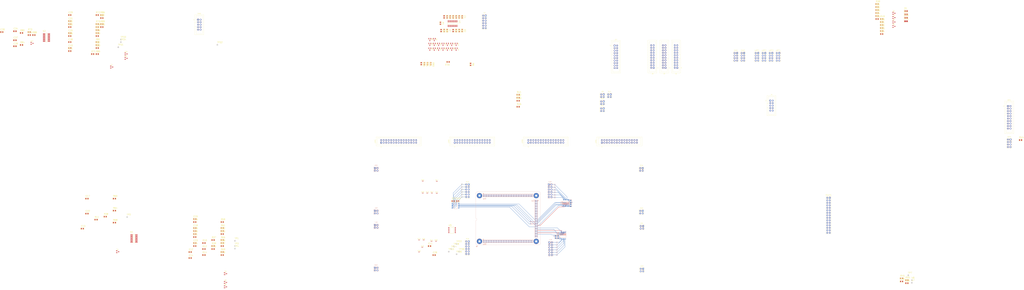
<source format=kicad_pcb>
(kicad_pcb (version 20221018) (generator pcbnew)
  (layers (0 "F.Cu" signal) (1 "In1.Cu" signal) (2 "In2.Cu" signal) (31 "B.Cu" signal) (34 "B.Paste" user) (35 "F.Paste" user) (36 "B.SilkS" user "B.Silkscreen") (37 "F.SilkS" user "F.Silkscreen") (38 "B.Mask" user) (39 "F.Mask" user) (44 "Edge.Cuts" user))
  (net 0 "")
  (net 1 "/DSP_PWM4_~{FAULT_5V}")
  (net 2 "AGND")
  (net 3 "/DI_2")
  (net 4 "/DSP_PWM3_~{FAULT_5V}")
  (net 5 "/DI_1")
  (net 6 "/DSP_PWM2_~{FAULT_5V}")
  (net 7 "/DSP_PWM1_~{FAULT_5V}")
  (net 8 "VDD")
  (net 9 "/DSP_PWM1~{_ENABL}E")
  (net 10 "/DSP_PWM2~{_ENABL}E")
  (net 11 "/DSP_PWM3~{_ENABL}E")
  (net 12 "/DSP_PWM4~{_ENABL}E")
  (net 13 "Net-(C12-Pad2)")
  (net 14 "Net-(C13-Pad2)")
  (net 15 "Net-(C14-Pad2)")
  (net 16 "Net-(C15-Pad2)")
  (net 17 "Net-(C16-Pad1)")
  (net 18 "Net-(C16-Pad2)")
  (net 19 "Net-(C17-Pad1)")
  (net 20 "Net-(C17-Pad2)")
  (net 21 "Net-(C18-Pad1)")
  (net 22 "Net-(C18-Pad2)")
  (net 23 "Net-(C19-Pad1)")
  (net 24 "Net-(C19-Pad2)")
  (net 25 "A+5V")
  (net 26 "/IPM_Temperature1")
  (net 27 "/IPM_Temperature2")
  (net 28 "/IPM_Temperature3")
  (net 29 "/IPM_Temperature4")
  (net 30 "D+5V")
  (net 31 "Net-(C29-Pad2)")
  (net 32 "Net-(C30-Pad2)")
  (net 33 "Net-(C31-Pad2)")
  (net 34 "Net-(C32-Pad2)")
  (net 35 "Net-(C33-Pad1)")
  (net 36 "Net-(C33-Pad2)")
  (net 37 "Net-(C34-Pad1)")
  (net 38 "Net-(C34-Pad2)")
  (net 39 "Net-(C35-Pad1)")
  (net 40 "Net-(C35-Pad2)")
  (net 41 "Net-(C36-Pad1)")
  (net 42 "Net-(C36-Pad2)")
  (net 43 "/IPM_VDC_BUS4")
  (net 44 "/IPM_VDC_BUS1")
  (net 45 "/IPM_VDC_BUS2")
  (net 46 "/IPM_VDC_BUS3")
  (net 47 "/DSP_B_CAN_TX")
  (net 48 "/DSP_B_CAN_RX")
  (net 49 "/DSP_A_CAN_TX")
  (net 50 "/DSP_A_CAN_RX")
  (net 51 "Net-(D1-K)")
  (net 52 "Net-(D2-K)")
  (net 53 "AVDD")
  (net 54 "/IPM_IU1")
  (net 55 "/IPM_IV1")
  (net 56 "/IPM_IW1")
  (net 57 "/IPM_IU2")
  (net 58 "/IPM_IV2")
  (net 59 "/IPM_IW2")
  (net 60 "/IPM_IU3")
  (net 61 "/IPM_IV3")
  (net 62 "/IPM_IW3")
  (net 63 "/IPM_IU4")
  (net 64 "/IPM_IV4")
  (net 65 "/IPM_IW4")
  (net 66 "Net-(D30-K)")
  (net 67 "Net-(D31-K)")
  (net 68 "/QEP1_HALL_U")
  (net 69 "/MQEP1A")
  (net 70 "/QEP1_HALL_V")
  (net 71 "/MQEP1B")
  (net 72 "/QEP1_HALL_W")
  (net 73 "/MQEP1Z")
  (net 74 "PE_GND")
  (net 75 "/MQEP1S")
  (net 79 "/QEP2_HALL_U")
  (net 80 "/MQEP2A")
  (net 81 "/QEP2_HALL_V")
  (net 82 "/MQEP2B")
  (net 83 "/QEP2_HALL_W")
  (net 84 "/MQEP2Z")
  (net 85 "/MQEP2S")
  (net 89 "/QEP3_HALL_U")
  (net 90 "/MQEP3A")
  (net 91 "/QEP3_HALL_V")
  (net 92 "/MQEP3B")
  (net 93 "/QEP3_HALL_W")
  (net 94 "/MQEP3Z")
  (net 95 "/MQEP3S")
  (net 99 "/ECAP3_IPM_TerminalDutyW1")
  (net 100 "/ECAP6_IPM_TerminalDutyW2")
  (net 101 "/ECAP2_IPM_TerminalDutyV1")
  (net 102 "/ECAP5_IPM_TerminalDutyV2")
  (net 103 "/ECAP1_IPM_TerminalDutyU1")
  (net 104 "/ECAP4_IPM_TerminalDutyU2")
  (net 105 "/MUSB_EN")
  (net 106 "/MUSB_DM")
  (net 107 "/MUSB_FLT")
  (net 108 "/MUSB_ID")
  (net 109 "/MUSB_INT")
  (net 110 "/MUSB_VB")
  (net 111 "/MUSB_DP")
  (net 112 "/MUSB_BZ")
  (net 113 "Net-(LEM1-Pad7)")
  (net 114 "12VGND")
  (net 115 "A-5V")
  (net 116 "+12")
  (net 117 "-12")
  (net 118 "Net-(LEM2-Pad7)")
  (net 119 "Net-(LEM3-Pad7)")
  (net 120 "Net-(LEM4-Pad7)")
  (net 121 "/LED1")
  (net 122 "/LED2")
  (net 123 "/LED3")
  (net 124 "/LED4")
  (net 125 "/UART_SCI_RXDD")
  (net 126 "/UART_SCI_TXDD")
  (net 137 "/~{SPI_A_STE_HS}")
  (net 138 "/SPI_A_CK_HS")
  (net 152 "/SPI_A_MO_HS")
  (net 154 "/SPI_A_MI_HS")
  (net 158 "/SPI_C_MO_HS")
  (net 159 "/SPI_C_MI_HS")
  (net 160 "/SPI_C_CK_HS")
  (net 161 "/~{SPI_C_STE_HS}")
  (net 164 "/DI-1-DSP-3.3V")
  (net 166 "/DI-2-DSP-3.3V")
  (net 174 "/DSP_PWM4_~{FAULT}")
  (net 176 "/DSP_PWM3_~{FAULT}")
  (net 178 "/DSP_PWM2_~{FAULT}")
  (net 180 "/DSP_PWM1_~{FAULT}")
  (net 186 "/UART_SCI_TXDB")
  (net 188 "/BootFromFlash")
  (net 196 "/UART_SCI_RXDB")
  (net 198 "/UART_SCI_RXDA")
  (net 200 "/UART_SCI_TXDA")
  (net 204 "/UART_SCI_RXDC")
  (net 205 "/UART_SCI_TXDC")
  (net 214 "/SPI B MO HS")
  (net 215 "/SPI_B_CK_HS")
  (net 216 "/SPI B MI HS")
  (net 217 "/~{SPI_B_STE_HS}")
  (net 222 "/AD_14")
  (net 223 "/AD_15")
  (net 224 "/ADD4")
  (net 225 "/ADD5")
  (net 226 "/DSP-PWM1A")
  (net 227 "/DSP-PWM7A")
  (net 228 "/DSP-PWM1B")
  (net 229 "/DSP-PWM7B")
  (net 230 "/DSP-PWM2A")
  (net 231 "/DSP-PWM8A")
  (net 232 "/DSP-PWM2B")
  (net 233 "/DSP-PWM8B")
  (net 234 "/DSP-PWM3A")
  (net 235 "/DSP-PWM9A")
  (net 236 "/DSP-PWM3B")
  (net 237 "/DSP-PWM9B")
  (net 238 "/DSP-PWM4A")
  (net 239 "/DSP-PWM10A")
  (net 240 "/DSP-PWM4B")
  (net 241 "/DSP-PWM10B")
  (net 242 "/DSP-PWM5A")
  (net 243 "/DSP-PWM11A")
  (net 244 "/DSP-PWM5B")
  (net 245 "/DSP-PWM11B")
  (net 246 "/DSP-PWM6A")
  (net 247 "/DSP-PWM12A")
  (net 248 "/DSP-PWM6B")
  (net 249 "/DSP-PWM12B")
  (net 250 "Net-(P2-Pad2)")
  (net 251 "Net-(P2-Pad4)")
  (net 252 "/PWM1A_5V")
  (net 253 "/PWM2A_5V")
  (net 254 "/PWM3A_5V")
  (net 255 "/PWM1B_5V")
  (net 256 "/PWM2B_5V")
  (net 257 "/PWM3B_5V")
  (net 258 "/PWM4A_5V")
  (net 259 "/PWM5A_5V")
  (net 260 "/PWM6A_5V")
  (net 261 "/PWM4B_5V")
  (net 262 "/PWM5B_5V")
  (net 263 "/PWM6B_5V")
  (net 264 "/PWM7A_5V")
  (net 265 "/PWM8A_5V")
  (net 266 "/PWM9A_5V")
  (net 267 "/PWM7B_5V")
  (net 268 "/PWM8B_5V")
  (net 269 "/PWM9B_5V")
  (net 270 "/PWM10A_5V")
  (net 271 "/PWM11A_5V")
  (net 272 "/PWM12A_5V")
  (net 273 "/PWM10B_5V")
  (net 274 "/PWM11B_5V")
  (net 275 "/PWM12B_5V")
  (net 276 "/GND_2M4")
  (net 277 "/DC_BUS_2M4")
  (net 278 "/GND_2M1")
  (net 279 "/DC_BUS_2M1")
  (net 280 "/GND_2M2")
  (net 281 "/DC_BUS_2M2")
  (net 282 "/GND_2M3")
  (net 283 "/DC_BUS_2M3")
  (net 284 "D12V1")
  (net 285 "Net-(Q1-B)")
  (net 286 "Net-(Q1-C)")
  (net 287 "Net-(Q2-B)")
  (net 288 "Net-(Q2-C)")
  (net 289 "Net-(Q3-B)")
  (net 290 "Net-(Q3-C)")
  (net 291 "Net-(Q4-B)")
  (net 292 "Net-(Q4-C)")
  (net 293 "/TEMP1")
  (net 294 "/TEMP2")
  (net 295 "/TEMP3")
  (net 296 "/TEMP4")
  (net 297 "GND")
  (net 298 "D12VGND")
  (net 299 "REF_3V")
  (net 300 "Net-(RU4-Pad2)")
  (net 301 "-5V_ADC")
  (footprint "mmlab-footprint-library:0805" (layer "F.Cu") (at -193.1045 -59.513)
    (fp_text reference "R86")
    (fp_text value "10K" hide)
  )
  (footprint "mmlab-footprint-library:TESTPOINT-TH_BD1.0" (layer "F.Cu") (at 172.72 123.0884)
    (fp_text reference "TP13" hide)
    (fp_text value "TP-黄色测试点" hide)
  )
  (footprint "mmlab-footprint-library:0805" (layer "F.Cu") (at 599.229 -43.273)
    (fp_text reference "R53")
    (fp_text value "2K" hide)
  )
  (footprint "Package_TO_SOT_SMD:SOT-23" (layer "F.Cu") (at 611.6555 -52.448)
    (fp_text reference "Q3")
    (fp_text value "FMMT618TA")
  )
  (footprint "mmlab-footprint-library:0805" (layer "F.Cu") (at 594.575 -67.705)
    (fp_text reference "R31")
    (fp_text value "301R" hide)
  )
  (footprint "mmlab-footprint-library:0805" (layer "F.Cu") (at -80.078 175.542)
    (fp_text reference "R39")
    (fp_text value "10K" hide)
  )
  (footprint "mmlab-footprint-library:0805" (layer "F.Cu") (at -193.1045 -47.297)
    (fp_text reference "R90")
    (fp_text value "1k" hide)
  )
  (footprint "mmlab-footprint-library:TESTPOINT-TH_BD1.0" (layer "F.Cu") (at 162.029865 178.61344)
    (fp_text reference "TP14")
    (fp_text value "TP-黄色测试点" hide)
  )
  (footprint "mmlab-footprint-library:0805" (layer "F.Cu") (at -225.6825 -47.297)
    (fp_text reference "C33")
    (fp_text value "102" hide)
  )
  (footprint "Resistor_SMD:R_0402_1005Metric" (layer "F.Cu") (at 141.787625 170.7102)
    (fp_text reference "R44")
    (fp_text value "4.7k")
  )
  (footprint "mmlab-footprint-library:TESTPOINT-TH_BD1.0" (layer "F.Cu") (at -173.74672 -32.00986)
    (fp_text reference "TP34")
    (fp_text value "TP-黄色测试点" hide)
  )
  (footprint "Package_TO_SOT_SMD:SOT-23" (layer "F.Cu") (at 144.597 -29.6695 -90)
    (fp_text reference "D15")
    (fp_text value "BAR43S")
  )
  (footprint "mmlab-footprint-library:0805" (layer "F.Cu") (at -197.7585 -50.351)
    (fp_text reference "R75")
    (fp_text value "0R" hide)
  )
  (footprint "Connector_PinSocket_2.54mm:PinSocket_2x02_P2.54mm_Vertical" (layer "F.Cu") (at 323.908 21.28)
    (fp_text reference "P12")
    (fp_text value "Header 2X2")
  )
  (footprint "Resistor_SMD:R_0402_1005Metric" (layer "F.Cu") (at 276.3774 131.828 -90)
    (fp_text reference "R41" hide)
    (fp_text value "4.7k" hide)
  )
  (footprint "mmlab-footprint-library:0805" (layer "F.Cu") (at -70.77 163.326)
    (fp_text reference "R63")
    (fp_text value "10k" hide)
  )
  (footprint "mmlab-footprint-library:0805" (layer "F.Cu") (at -180.34 139.549)
    (fp_text reference "R64")
    (fp_text value "10k" hide)
  )
  (footprint "Connector_IDC:IDC-Header_2x10_P2.54mm_Vertical" (layer "F.Cu") (at 391.533 -5.844 180)
    (fp_text reference "J1")
    (fp_text value "HIF3FC-20PA-2.54DSA")
  )
  (footprint "mmlab-footprint-library:0805" (layer "F.Cu") (at -212.918 157.873)
    (fp_text reference "C13")
    (fp_text value "103" hide)
  )
  (footprint "Connector_PinSocket_2.54mm:PinSocket_2x04_P2.54mm_Vertical" (layer "F.Cu") (at 452.294 -20.83)
    (fp_text reference "CAN1")
    (fp_text value "Conn_02x04_Counter_Clockwise")
  )
  (footprint "Connector_IDC:IDC-Header_2x10_P2.54mm_Vertical" (layer "F.Cu") (at 727.528 33.145)
    (fp_text reference "SPI1")
    (fp_text value "HIF3FC-20PA-2.54DSA")
  )
  (footprint "Connector_PinSocket_2.54mm:PinSocket_2x02_P2.54mm_Vertical" (layer "F.Cu") (at 356.8766 198.7496)
    (fp_text reference "P22")
    (fp_text value "Header 2X2")
  )
  (footprint "mmlab-footprint-library:0805" (layer "F.Cu") (at -225.6825 -41.189)
    (fp_text reference "C35")
    (fp_text value "102" hide)
  )
  (footprint "Connector_PinSocket_2.54mm:PinSocket_2x06_P2.54mm_Vertical" (layer "F.Cu") (at 179.624625 112.9402)
    (fp_text reference "P15")
    (fp_text value "Header 6X2")
  )
  (footprint "mmlab-footprint-library:0805" (layer "F.Cu") (at -197.7585 -41.189)
    (fp_text reference "R78")
    (fp_text value "0R" hide)
  )
  (footprint "Package_TO_SOT_SMD:SOT-23" (layer "F.Cu") (at 153.497 -29.6695 -90)
    (fp_text reference "D13")
    (fp_text value "BAR43S")
  )
  (footprint "Connector_PinSocket_2.54mm:PinSocket_2x02_P2.54mm_Vertical" (layer "F.Cu") (at 356.3766 139.7896)
    (fp_text reference "P20")
    (fp_text value "Header 2X2")
  )
  (footprint "mmlab-footprint-library:0805" (layer "F.Cu") (at 619.451 211.58)
    (fp_text reference "R46")
    (fp_text value "DNP" hide)
  )
  (footprint "mmlab-footprint-library:0805" (layer "F.Cu") (at 594.575 -55.489)
    (fp_text reference "R35")
    (fp_text value "2K" hide)
  )
  (footprint "mmlab-footprint-library:TESTPOINT-TH_BD1.0" (layer "F.Cu") (at 169.913505 181.24132)
    (fp_text reference "TP30")
    (fp_text value "TP-黄色测试点" hide)
  )
  (footprint "Package_TO_SOT_SMD:SOT-23" (layer "F.Cu") (at 157.947 -29.6695 -90)
    (fp_text reference "D12")
    (fp_text value "BAR43S")
  )
  (footprint "mmlab-footprint-library:0805" (layer "F.Cu") (at -281.4035 -33.901)
    (fp_text reference "C37")
    (fp_text value "104" hide)
  )
  (footprint "mmlab-footprint-library:0805" (layer "F.Cu") (at -193.1045 -50.351)
    (fp_text reference "R89")
    (fp_text value "1k" hide)
  )
  (footprint "mmlab-footprint-library:TESTPOINT-TH_BD1.0" (layer "F.Cu") (at 164.657745 175.98556)
    (fp_text reference "TP18")
    (fp_text value "TP-黄色测试点" hide)
  )
  (footprint "mmlab-footprint-library:TESTPOINT-TH_BD1.0" (layer "F.Cu") (at 629.865 210.31)
    (fp_text reference "U6")
    (fp_text value "TP-黄色测试点" hide)
  )
  (footprint "mmlab-footprint-library:TESTPOINT-TH_BD1.0" (layer "F.Cu") (at -75.692 -29.21)
    (fp_text reference "TP32")
    (fp_text value "TP-黄色测试点" hide)
  )
  (footprint "Package_TO_SOT_SMD:SOT-23" (layer "F.Cu") (at 153.497 -24.7795 -90)
    (fp_text reference "D20")
    (fp_text value "BAR43S")
  )
  (footprint "Connector_IDC:IDC-Header_2x15_P2.54mm_Vertical" (layer "F.Cu") (at 165.438666 70.358 90)
    (fp_text reference "LEM2")
    (fp_text value "HIF3FC-30PA-2.54DSA")
  )
  (footprint "mmlab-footprint-library:0805" (layer "F.Cu") (at -98.694 163.326)
    (fp_text reference "C20")
    (fp_text value "104" hide)
  )
  (footprint "Resistor_SMD:R_0402_1005Metric" (layer "F.Cu") (at 147.182625 121.9082)
    (fp_text reference "R21")
    (fp_text value "4.7k")
  )
  (footprint "mmlab-footprint-library:0805" (layer "F.Cu") (at 169.944 -43.696 -90)
    (fp_text reference "R3")
    (fp_text value "1K" hide)
  )
  (footprint "mmlab-footprint-library:TESTPOINT-TH_BD1.0" (layer "F.Cu") (at -167.4415 146.10026)
    (fp_text reference "TP2")
    (fp_text value "TP-黄色测试点" hide)
  )
  (footprint "mmlab-footprint-library:0805" (layer "F.Cu") (at 163.836 -43.696 -90)
    (fp_text reference "R5")
    (fp_text value "1K" hide)
  )
  (footprint "mmlab-footprint-library:0805" (layer "F.Cu") (at 619.451 208.526)
    (fp_text reference "R45")
    (fp_text value "DNP" hide)
  )
  (footprint "Resistor_SMD:R_0402_1005Metric" (layer "F.Cu") (at 278.5618 131.828 -90)
    (fp_text reference "R23" hide)
    (fp_text value "4.7K" hide)
  )
  (footprint "Connector_PinSocket_2.54mm:PinSocket_2x02_P2.54mm_Vertical" (layer "F.Cu") (at 316.758 35.58)
    (fp_text reference "P11")
    (fp_text value "Header 2X2")
  )
  (footprint "mmlab-footprint-library:0805" (layer "F.Cu") (at 740.339 67.689)
    (fp_text reference "RU4")
    (fp_text value "DNP" hide)
  )
  (footprint "Connector_PinSocket_2.54mm:PinSocket_2x04_P2.54mm_Vertical" (layer "F.Cu") (at 459.444 -20.83)
    (fp_text reference "CAN2")
    (fp_text value "Conn_02x04_Counter_Clockwise")
  )
  (footprint "mmlab-footprint-library:0805" (layer "F.Cu") (at 599.229 -55.489)
    (fp_text reference "R49")
    (fp_text value "301R" hide)
  )
  (footprint "mmlab-footprint-library:0805" (layer "F.Cu") (at -103.348 181.65)
    (fp_text reference "C12")
    (fp_text value "103" hide)
  )
  (footprint "Package_TO_SOT_SMD:SOT-23" (layer "F.Cu") (at -67.48 203.754)
    (fp_text reference "D3")
    (fp_text value "MMBZ5226B")
  )
  (footprint "mmlab-footprint-library:0805" (layer "F.Cu") (at 158.75 -11.811 180)
    (fp_text reference "R13")
    (fp_text value "3,.3K" hide)
  )
  (footprint "Resistor_SMD:R_0402_1005Metric" (layer "F.Cu") (at 147.182625 109.6922)
    (fp_text reference "R17")
    (fp_text value "4.7k")
  )
  (footprint "Resistor_SMD:R_0402_1005Metric" (layer "F.Cu") (at 142.219625 121.6782)
    (fp_text reference "R57")
    (fp_text value "4.7k")
  )
  (footprint "mmlab-footprint-library:0805" (layer "F.Cu") (at 169.944 -57.658 -90)
    (fp_text reference "C2")
    (fp_text value "103" hide)
  )
  (footprint "mmlab-footprint-library:0805" (layer "F.Cu") (at -98.694 148.056)
    (fp_text reference "C15")
    (fp_text value "103" hide)
  )
  (footprint "mmlab-footprint-library:TESTPOINT-TH_BD1.0" (layer "F.Cu") (at 172.72 117.9068)
    (fp_text reference "TP21" hide)
    (fp_text value "TP-黄色测试点" hide)
  )
  (footprint "mmlab-footprint-library:0805" (layer "F.Cu") (at -266.8315 -39.149)
    (fp_text reference "R74")
    (fp_text value "0R" hide)
  )
  (footprint "Connector_IDC:IDC-Header_2x10_P2.54mm_Vertical" (layer "F.Cu") (at 379.548 -5.844 180)
    (fp_text reference "J2")
    (fp_text value "HIF3FC-20PA-2.54DSA")
  )
  (footprint "mmlab-footprint-library:TESTPOINT-TH_BD1.0" (layer "F.Cu") (at 172.72 115.316)
    (fp_text reference "TP25" hide)
    (fp_text value "TP-黄色测试点" hide)
  )
  (footprint "Connector_PinSocket_2.54mm:PinSocket_2x04_P2.54mm_Vertical" (layer "F.Cu") (at 473.744 -20.83)
    (fp_text reference "UART1")
    (fp_text value "Conn_02x04_Counter_Clockwise")
  )
  (footprint "Package_TO_SOT_SMD:SOT-23" (layer "F.Cu") (at 166.847 -24.7795 -90)
    (fp_text reference "D17")
    (fp_text value "BAR43S")
  )
  (footprint "Package_TO_SOT_SMD:SOT-23" (layer "F.Cu") (at 611.6555 -61.348)
    (fp_text reference "Q1")
    (fp_text value "FMMT618TA")
  )
  (footprint "Resistor_SMD:R_0402_1005Metric" (layer "F.Cu") (at 274.066 163.83 90)
    (fp_text reference "R20" hide)
    (fp_text value "4.7k" hide)
  )
  (footprint "mmlab-footprint-library:0805" (layer "F.Cu") (at 151.62 -43.696 -90)
    (fp_text reference "R9")
    (fp_text value "1K" hide)
  )
  (footprint "mmlab-footprint-library:0805" (layer "F.Cu") (at -225.6825 -38.135)
    (fp_text reference "C36")
    (fp_text value "102" hide)
  )
  (footprint "mmlab-footprint-library:TESTPOINT-TH_BD1.0" (layer "F.Cu") (at 159.401985 181.24132)
    (fp_text reference "TP10")
    (fp_text value "TP-黄色测试点" hide)
  )
  (footprint "mmlab-footprint-library:0805" (layer "F.Cu") (at 154.674 -57.658 -90)
    (fp_text reference "C7")
    (fp_text value "104" hide)
  )
  (footprint "Resistor_SMD:R_0402_1005Metric" (layer "F.Cu") (at 277.4696 131.828 -90)
    (fp_text reference "R27" hide)
    (fp_text value "4.7k" hide)
  )
  (footprint "mmlab-footprint-library:0805" (layer "F.Cu") (at -225.6825 -32.027)
    (fp_text reference "C38")
    (fp_text value "103" hide)
  )
  (footprint "mmlab-footprint-library:0805" (layer "F.Cu") (at -225.6825 -50.351)
    (fp_text reference "C32")
    (fp_text value "102" hide)
  )
  (footprint "mmlab-footprint-library:0805" (layer "F.Cu") (at 150.876 -51.181 -90)
    (fp_text reference "R1")
    (fp_text value "100R" hide)
  )
  (footprint "mmlab-footprint-library:0805" (layer "F.Cu") (at -89.386 178.596)
    (fp_text reference "R12")
    (fp_text value "10K" hide)
  )
  (footprint "Resistor_SMD:R_0402_1005Metric" (layer "F.Cu") (at 276.098 163.83 90)
    (fp_text reference "R28" hide)
    (fp_text value "4.7k" hide)
  )
  (footprint "mmlab-footprint-library:0805" (layer "F.Cu") (at 624.785 213.364)
    (fp_text reference "R56")
    (fp_text value "DNP" hide)
  )
  (footprint "Package_TO_SOT_SMD:SOT-23" (layer "F.Cu") (at 162.397 -29.6695 -90)
    (fp_text reference "D11")
    (fp_text value "BAR43S")
  )
  (footprint "mmlab-footprint-library:0805" (layer "F.Cu") (at -197.7585 -19.811)
    (fp_text reference "R85")
    (fp_text value "10K" hide)
  )
  (footprint "Connector_IDC:IDC-Header_2x10_P2.54mm_Vertical" (layer "F.Cu") (at 367.563 -5.844 180)
    (fp_text reference "J3")
    (fp_text value "HIF3FC-20PA-2.54DSA")
  )
  (footprint "mmlab-footprint-library:0805" (layer "F.Cu") (at 229.886 21.59)
    (fp_text reference "RU1")
    (fp_text value "DNP" hide)
  )
  (footprint "mmlab-footprint-library:TESTPOINT-TH_BD1.0" (layer "F.Cu") (at 167.285625 173.35768)
    (fp_text reference "TP22")
    (fp_text value "TP-黄色测试点" hide)
  )
  (footprint "Resistor_SMD:R_0402_1005Metric" (layer "F.Cu") (at 275.2852 131.826 -90)
    (fp_text reference "R47" hide)
    (fp_text value "4.7k" hide)
  )
  (footprint "mmlab-footprint-library:0805" (layer "F.Cu") (at -266.8315 -42.203)
    (fp_text reference "R73")
    (fp_text value "0R" hide)
  )
  (footprint "mmlab-footprint-library:TSSOP-20" (layer "F.Cu") (at 158.781745 156.02959)
    (fp_text reference "U5")
    (fp_text value "SN74ABT541" hide)
  )
  (footprint "mmlab-footprint-library:0805" (layer "F.Cu") (at 140.97 -10.033 -90)
    (fp_text reference "R93")
    (fp_text value "10K" hide)
  )
  (footprint "Connector_PinSocket_2.54mm:PinSocket_2x04_P2.54mm_Vertical" (layer "F.Cu") (at 480.894 -20.83)
    (fp_text reference "UART2")
    (fp_text value "Conn_02x04_Counter_Clockwise")
  )
  (footprint "mmlab-footprint-library:0805" (layer "F.Cu") (at 594.575 -61.597)
    (fp_text reference "R33")
    (fp_text value "10K" hide)
  )
  (footprint "Connector_PinSocket_2.54mm:PinSocket_2x02_P2.54mm_Vertical" (layer "F.Cu") (at 316.758 28.43)
    (fp_text reference "P10")
    (fp_text value "Header 2X2")
  )
  (footprint "mmlab-footprint-library:TESTPOINT-TH_BD1.0" (layer "F.Cu") (at -57.8715 178.18702)
    (fp_text reference "TP4")
    (fp_text value "TP-黄色测试点" hide)
  )
  (footprint "Package_TO_SOT_SMD:SOT-23" (layer "F.Cu") (at 157.947 -24.7795 -90)
    (fp_text reference "D19")
    (fp_text value "BAR43S")
  )
  (footprint "Resistor_SMD:R_0402_1005Metric" (layer "F.Cu") (at 275.082 163.828 90)
    (fp_text reference "R24" hide)
    (fp_text value "4.7K" hide)
  )
  (footprint "mmlab-footprint-library:0805" (layer "F.Cu") (at -89.386 172.488)
    (fp_text reference "R10")
    (fp_text value "10K" hide)
  )
  (footprint "mmlab-footprint-library:0805" (layer "F.Cu") (at -197.7585 -38.135)
    (fp_text reference "R79")
    (fp_text value "10K" hide)
  )
  (footprint "mmlab-footprint-library:0805" (layer "F.Cu") (at -70.77 175.542)
    (fp_text reference "R67")
    (fp_text value "470R" hide)
  )
  (footprint "mmlab-footprint-library:TESTPOINT-TH_BD1.0" (layer "F.Cu") (at -173.74672 -34.63774)
    (fp_text reference "TP33")
    (fp_text value "TP-黄色测试点" hide)
  )
  (footprint "Resistor_SMD:R_0402_1005Metric" (layer "F.Cu") (at 133.841625 169.3912)
    (fp_text reference "R36")
    (fp_text value "4.7k")
  )
  (footprint "mmlab-footprint-library:L0805" (layer "F.Cu") (at 624.9067 -53.19953)
    (fp_text reference "D31")
    (fp_text value "LEDGREEN" hide)
  )
  (footprint "Resistor_SMD:R_0402_1005Metric" (layer "F.Cu") (at 146.441625 170.7102)
    (fp_text reference "R58")
    (fp_text value "4.7k")
  )
  (footprint "Connector_PinSocket_2.54mm:PinSocket_2x06_P2.54mm_Vertical" (layer "F.Cu") (at 179.624625 170.9402)
    (fp_text reference "P16")
    (fp_text value "Header 6X2")
  )
  (footprint "mmlab-footprint-library:0805" (layer "F.Cu") (at 172.998 -43.696 -90)
    (fp_text reference "R2")
    (fp_text value "100R" hide)
  )
  (footprint "mmlab-footprint-library:0805" (layer "F.Cu") (at -274.6885 -41.291)
    (fp_text reference "R80")
    (fp_text value "10K" hide)
  )
  (footprint "mmlab-footprint-library:0805" (layer "F.Cu") (at -70.77 169.434)
    (fp_text reference "R65")
    (fp_text value "10k" hide)
  )
  (footprint "Connector_PinSocket_2.54mm:PinSocket_2x06_P2.54mm_Vertical" (layer "F.Cu") (at 196.85 -58.928)
    (fp_text reference "P2")
    (fp_text value "Header 6X2")
  )
  (footprint "mmlab-footprint-library:0805" (layer "F.Cu") (at -208.264 127.333)
    (fp_text reference "C17")
    (fp_text value "103" hide)
  )
  (footprint "mmlab-footprint-library:0805" (layer "F.Cu") (at -281.4035 -43.063)
    (fp_text reference "C34")
    (fp_text value "102" hide)
  )
  (footprint "Package_TO_SOT_SMD:SOT-23" (layer "F.Cu") (at -67.48 212.654)
    (fp_text reference "D5")
    (fp_text value "MMBZ5226B")
  )
  (footprint "Connector_PinSocket_2.54mm:PinSocket_2x02_P2.54mm_Vertical" (layer "F.Cu") (at 316.758 21.28)
    (fp_text reference "P9")
    (fp_text value "Header 2X2")
  )
  (footprint "mmlab-footprint-library:0805" (layer "F.Cu") (at -208.264 142.603)
    (fp_text reference "C22")
    (fp_text value "102" hide)
  )
  (footprint "Package_TO_SOT_SMD:SOT-23" (layer "F.Cu") (at -183.1205 -6.594)
    (fp_text reference "D7")
    (fp_text value "BAR43S")
  )
  (footprint "Resistor_SMD:R_0402_1005Metric" (layer "F.Cu") (at 277.114 163.83 90)
    (fp_text reference "R42" hide)
    (fp_text value "4.7k" hide)
  )
  (footprint "mmlab-footprint-library:0805" (layer "F.Cu") (at -225.6825 -59.513)
    (fp_text reference "C29")
    (fp_text value "102" hide)
  )
  (footprint "mmlab-footprint-library:TESTPOINT-TH_BD1.0" (layer "F.Cu") (at 167.285625 183.8692)
    (fp_text reference "TP26")
    (fp_text value "TP-黄色测试点" hide)
  )
  (footprint "Resistor_SMD:R_0402_1005Metric" (layer "F.Cu") (at 279.654 131.828 -90)
    (fp_text reference "R19" hide)
    (fp_text value "4.7k" hide)
  )
  (footprint "Connector_PinSocket_2.54mm:PinSocket_2x04_P2.54mm_Vertical" (layer "F.Cu") (at 488.044 -20.83)
    (fp_text reference "UART3")
    (fp_text value "Conn_02x04_Counter_Clockwise")
  )
  (footprint "Package_TO_SOT_SMD:SOT-23" (layer "F.Cu") (at -67.48 217.104)
    (fp_text reference "D6")
    (fp_text value "MMBZ5226B")
  )
  (footprint "Package_TO_SOT_SMD:SOT-23" (layer "F.Cu") (at 144.597 -24.7795 -90)
    (fp_text reference "D22")
    (fp_text value "BAR43S")
  )
  (footprint "mmlab-footprint-library:0805" (layer "F.Cu") (at -80.078 169.434)
    (fp_text reference "R37")
    (fp_text value "10K" hide)
  )
  (footprint "mmlab-footprint-library:0805" (layer "F.Cu") (at 160.782 -57.658 -90)
    (fp_text reference "C5")
    (fp_text value "101" hide)
  )
  (footprint "mmlab-footprint-library:0805" (layer "F.Cu") (at -103.348 187.758)
    (fp_text reference "C14")
    (fp_text value "103" hide)
  )
  (footprint "mmlab-footprint-library:TESTPOINT-TH_BD1.0" (layer "F.Cu") (at -57.8715 170.30338)
    (fp_text reference "TP1")
    (fp_text value "TP-黄色测试点" hide)
  )
  (footprint "mmlab-footprint-library:SOIC14_M" (layer "F.Cu") (at -160.445 167.908)
    (fp_text reference "N1")
    (fp_text value "MCP6024" hide)
  )
  (footprint "mmlab-footprint-library:0805" (layer "F.Cu") (at -197.7585 -59.513)
    (fp_text reference "R72")
    (fp_text value "0R" hide)
  )
  (footprint "mmlab-footprint-library:0805" (layer "F.Cu") (at -193.1045 -56.459)
    (fp_text reference "R87")
    (fp_text value "1k" hide)
  )
  (footprint "mmlab-footprint-library:0805" (layer "F.Cu") (at -197.7585 -28.973)
    (fp_text reference "R82")
    (fp_text value "10K" hide)
  )
  (footprint "mmlab-footprint-library:0805" (layer "F.Cu") (at -98.694 166.38)
    (fp_text reference "C21")
    (fp_text value "102" hide)
  )
  (footprint "Package_TO_SOT_SMD:SOT-23" (layer "F.Cu") (at 144.597 -34.5595 -90)
    (fp_text reference "D8")
    (fp_text value "BAR43S")
  )
  (footprint "mmlab-footprint-library:0805" (layer "F.Cu") (at 139.853625 175.6142)
    (fp_text reference "C11")
    (fp_text value "104" hide)
  )
  (footprint "Resistor_SMD:R_0402_1005Metric" (layer "F.Cu") (at 132.479625 176.8182)
    (fp_text reference "R18")
    (fp_text value "4.7k")
  )
  (footprint "Connector_IDC:IDC-Header_2x15_P2.54mm_Vertical" (layer "F.Cu") (at 314.96 70.358 90)
    (fp_text reference "LEM4")
    (fp_text value "HIF3FC-30PA-2.54DSA")
  )
  (footprint "mmlab-footprint-library:0805" (layer "F.Cu") (at 168.402 129.794)
    (fp_text reference "C10")
    (fp_text value "104" hide)
  )
  (footprint "Package_TO_SOT_SMD:SOT-23" (layer "F.Cu") (at -264.0045 -30.726)
    (fp_text reference "D24")
    (fp_text value "BAR43S")
  )
  (footprint "Resistor_SMD:R_0402_1005Metric" (layer "F.Cu") (at 280.7462 131.828 -90)
    (fp_text reference "R15" hide)
    (fp_text value "4.7k" hide)
  )
  (footprint "mmlab-footprint-library:SOIC14_M" (layer "F.Cu") (at -249.351 -36.568)
    (fp_text reference "N2")
    (fp_text value "MCP6024" hide)
  )
  (footprint "mmlab-footprint-library:0805" (layer "F.Cu") (at 137.795 -10.033 -90)
    (fp_text reference "R91")
    (fp_text value "10K" hide)
  )
  (footprint "mmlab-footprint-library:0805" (layer "F.Cu") (at -198.956 148.711)
    (fp_text reference "R11")
    (fp_text value "10K" hide)
  )
  (footprint "mmlab-footprint-library:0805" (layer "F.Cu") (at 181.525 -9.382 -90)
    (fp_text reference "R6")
    (fp_text value "1.69K" hide)
  )
  (footprint "mmlab-footprint-library:0805" (layer "F.Cu") (at -70.77 181.65)
    (fp_text reference "R69")
    (fp_text value "470R" hide)
  )
  (footprint "Package_TO_SOT_SMD:SOT-23" (layer "F.Cu") (at 166.847 -29.6695 -90)
    (fp_text reference "D10")
    (fp_text value "BAR43S")
  )
  (footprint "Resistor_SMD:R_0402_1005Metric" (layer "F.Cu") (at 129.187625 169.3912)
    (fp_text reference "R22")
    (fp_text value "4.7k")
  )
  (footprint "Connector_IDC:IDC-Header_2x10_P2.54mm_Vertical" (layer "F.Cu") (at 327.859 -28.45)
    (fp_text reference "J17")
    (fp_text value "HIF3FC-20PA-2.54DSA")
  )
  (footprint "Resistor_SMD:R_0402_1005Metric" (layer "F.Cu") (at 129.187625 181.6072)
    (fp_text reference "R26")
    (fp_text value "4.7K")
  )
  (footprint "mmlab-footprint-library:0805" (layer "F.Cu") (at -70.77 157.218)
    (fp_text reference "R61")
    (fp_text value "10K" hide)
  )
  (footprint "mmlab-footprint-library:0805" (layer "F.Cu") (at 229.886 27.698)
    (fp_text reference "RU3")
    (fp_text value "DNP" hide)
  )
  (footprint "mmlab-footprint-library:0805" (layer "F.Cu") (at 599.229 -49.381)
    (fp_text reference "R51")
    (fp_text value "10K" hide)
  )
  (footprint "mmlab-footprint-library:0805" (layer "F.Cu") (at -98.694 175.542)
    (fp_text reference "C24")
    (fp_text value "102" hide)
  )
  (footprint "mmlab-footprint-library:0805" (layer "F.Cu") (at 599.229 -52.435)
    (fp_text reference "R50")
    (fp_text value "301R" hide)
  )
  (footprint "mmlab-footprint-library:0805" (layer "F.Cu") (at 163.83 129.794)
    (fp_text reference "C27")
    (fp_text value "104" hide)
  )
  (footprint "Connector_PinSocket_2.54mm:PinSocket_2x15_P2.54mm_Vertical" (layer "F.Cu") (at 546.465 126.505)
    (fp_text reference "POWER1")
    (fp_text value "HIF3FC-30PA-2.54DSA")
  )
  (footprint "mmlab-footprint-library:TESTPOINT-TH_BD1.0" (layer "F.Cu") (at 626.2506 205.34736)
    (fp_text reference "TP7")
    (fp_text value "TP-黄色测试点" hide)
  )
  (footprint "mmlab-footprint-library:0805" (layer "F.Cu") (at -274.6885 -29.075)
    (fp_text reference "R84")
    (fp_text value "10K" hide)
  )
  (footprint "mmlab-footprint-library:0805" (layer "F.Cu") (at -197.7585 -25.919)
    (fp_text reference "R83")
    (fp_text value "10K" hide)
  )
  (footprint "Package_TO_SOT_SMD:SOT-23" (layer "F.Cu") (at 149.047 -24.7795 -90)
    (fp_text reference "D21")
    (fp_text value "BAR43S")
  )
  (footprint "Connector_IDC:IDC-Header_2x05_P2.54mm_Vertical" (layer "F.Cu") (at 485.974 27.557)
    (fp_text reference "J4")
    (fp_text value "HIF3FC-10PA-2.54DSA")
  )
  (footprint "Resistor_SMD:R_0402_1005Metric" (layer "F.Cu") (at 132.911625 121.6782)
    (fp_text reference "R29")
    (fp_text value "4.7k")
  )
  (footprint "mmlab-footprint-library:0805" (layer "F.Cu") (at -89.386 184.704)
    (fp_text reference "R14")
    (fp_text value "10K" hide)
  )
  (footprint "mmlab-footprint-library:0805" (layer "F.Cu") (at -262.1775 -39.149)
    (fp_text reference "R88")
    (fp_text value "1k" hide)
  )
  (footprint "mmlab-footprint-library:0805" (layer "F.Cu") (at -225.6825 -22.865)
    (fp_text reference "C41")
    (fp_text value "103" hide)
  )
  (footprint "mmlab-footprint-library:0805" (layer "F.Cu") (at 594.575 -58.543)
    (fp_text reference "R34")
    (fp_text value "2K" hide)
  )
  (footprint "mmlab-footprint-library:0805" (layer "F.Cu") (at 166.89 -57.658 -90)
    (fp_text reference "C3")
    (fp_text value "101" hide)
  )
  (footprint "mmlab-footprint-library:0805" (layer "F.Cu") (at -98.694 160.272)
    (fp_text reference "C19")
    (fp_text value "103" hide)
  )
  (footprint "mmlab-footprint-library:D016_N" (layer "F.Cu") (at 163.2265 -50.8 -90)
    (fp_text reference "U1")
    (fp_text value "SN74HC365D" hide)
  )
  (footprint "Package_TO_SOT_SMD:SOT-23" (layer "F.Cu") (at -168.4505 -19.944)
    (fp_text reference "D25")
    (fp_text value "BAR43S")
  )
  (footprint "Package_TO_SOT_SMD:SOT-23" (layer "F.Cu") (at 140.147 -34.5595 -90)
    (fp_text reference "D9")
    (fp_text value "BAR43S")
  )
  (footprint "mmlab-footprint-library:0805" (layer "F.Cu") (at -189.648 145.657)
    (fp_text reference "R38")
    (fp_text value "10K" hide)
  )
  (footprint "Connector_PinSocket_2.54mm:PinSocket_2x04_P2.54mm_Vertical" (layer "F.Cu") (at 495.194 -20.83)
    (fp_text reference "UART4")
    (fp_text value "Conn_02x04_Counter_Clockwise")
  )
  (footprint "mmlab-footprint-library:0805" (layer "F.Cu") (at -281.4035 -27.793)
    (fp_text reference "C39")
    (fp_text value "103" hide)
  )
  (footprint "mmlab-footprint-library:0805" (layer "F.Cu") (at -70.77 184.704)
    (fp_text reference "R70")
    (fp_text value "470R" hide)
  )
  (footprint "mmlab-footprint-library:TESTPOINT-TH_BD1.0" (layer "F.Cu") (at 172.72 112.7252)
    (fp_text reference "TP29" hide)
    (fp_text value "TP-黄色测试点" hide)
  )
  (footprint "mmlab-footprint-library:0805" (layer "F.Cu") (at -294.7555 -42.203)
    (fp_text reference "C30")
    (fp_text value "102" hide)
  )
  (footprint "mmlab-footprint-library:0805" (layer "F.Cu") (at 229.886 24.644)
    (fp_text reference "RU2")
    (fp_text value "DNP" hide)
  )
  (footprint "Package_TO_SOT_SMD:SOT-23" (layer "F.Cu") (at 140.147 -24.7795 -90)
    (fp_text reference "D23")
    (fp_text value "BAR43S")
  )
  (footprint "mmlab-footprint-library:0805" (layer "F.Cu") (at 229.886 33.806)
    (fp_text reference "RU5")
    (fp_text value "DNP" hide)
  )
  (footprint "Connector_IDC:IDC-Header_2x05_P2.54mm_Vertical" (layer "F.Cu") (at -95.335 -54.812)
    (fp_text reference "TMP1")
    (fp_text value "HIF3FC-10PA-2.54DSA")
  )
  (footprint "Resistor_SMD:R_0402_1005Metric" (layer "F.Cu") (at 278.13 163.83 90)
    (fp_text reference "R48" hide)
    (fp_text value "4.7k" hide)
  )
  (footprint "Package_TO_SOT_SMD:SOT-23" (layer "F.Cu") (at 149.047 -29.6695 -90)
    (fp_text reference "D14")
    (fp_text value "BAR43S")
  )
  (footprint "Package_TO_SOT_SMD:SOT-23" (layer "F.Cu") (at 611.6555 -56.898)
    (fp_text reference "Q2")
    (fp_text value "FMMT618TA")
  )
  (footprint "mmlab-footprint-library:0805" (layer "F.Cu") (at 166.89 -43.696 -90)
    (fp_text reference "R4")
    (fp_text value "1K" hide)
  )
  (footprint "mmlab-footprint-library:0805" (layer "F.Cu") (at 594.575 -70.759)
    (fp_text reference "R30")
    (fp_text value "301R" hide)
  )
  (footprint "mmlab-footprint-library:0805" (layer "F.Cu") (at 157.728 -43.696 -90)
    (fp_text reference "R7")
    (fp_text value "1K" hide)
  )
  (footprint "mmlab-footprint-library:0805" (layer "F.Cu") (at 157.728 -57.658 -90)
    (fp_text reference "C6")
    (fp_text value "103" hide)
  )
  (footprint "mmlab-footprint-library:0805" (layer "F.Cu") (at 599.229 -46.327)
    (fp_text reference "R52")
    (fp_text value "10K" hide)
  )
  (footprint "mmlab-footprint-library:0805" (layer "F.Cu") (at 144.507625 184.7762)
    (fp_text reference "C28")
    (fp_text value "104" hide)
  )
  (footprint "Connector_IDC:IDC-Header_2x15_P2.54mm_Vertical" (layer "F.Cu") (at 240.199332 70.358 90)
    (fp_text reference "LEM3")
    (fp_text value "HIF3FC-30PA-2.54DSA")
  )
  (footprint "mmlab-footprint-library:TESTPOINT-TH_BD1.0" (layer "F.Cu") (at 172.72 125.6792)
    (fp_text reference "TP9" hide)
    (fp_text value "TP-黄色测试点" hide)
  )
  (footprint "mmlab-footprint-library:0805" (layer "F.Cu") (at -70.77 172.488)
    (fp_text reference "R66")
    (fp_text value "10k" hide)
  )
  (footprint "mmlab-footprint-library:0805" (layer "F.Cu") (at -197.7585 -32.027)
    (fp_text reference "R81")
    (fp_text value "10K" hide)
  )
  (footprint "mmlab-footprint-library:0805" (layer "F.Cu") (at -225.6825 -25.919)
    (fp_text reference "C40")
    (fp_text value "103" hide)
  )
  (footprint "mmlab-footprint-library:L0805" (layer "F.Cu") (at 624.9067 -56.65195)
    (fp_text reference "D30")
    (fp_text value "LEDRED" hide)
  )
  (footprint "Resistor_SMD:R_0402_1005Metric" (layer "F.Cu") (at 273.05 163.83 90)
    (fp_text reference "R16" hide)
    (fp_text value "4.7k" hide)
  )
  (footprint "mmlab-footprint-library:0805" (layer "F.Cu") (at 134.62 -10.033 -90)
    (fp_text reference "R94")
    (fp_text value "10K" hide)
  )
  (footprint "mmlab-footprint-library:L0805" (layer "F.Cu") (at 624.9067 -63.55679)
    (fp_text reference "D1")
    (fp_text value "LEDRED" hide)
  )
  (footprint "Package_TO_SOT_SMD:SOT-23" (layer "F.Cu") (at 162.397 -24.7795 -90)
    (fp_text reference "D18")
    (fp_text value "BAR43S")
  )
  (footprint "Connector_IDC:IDC-Header_2x15_P2.54mm_Vertical" (layer "F.Cu") (at 90.678 70.358 90)
    (fp_text reference "LEM1")
    (fp_text value "HIF3FC-30PA-2.54DSA")
  )
  (footprint "mmlab-footprint-library:0805" (layer "F.Cu") (at 163.836 -57.658 -90)
    (fp_text reference "C4")
    (fp_text value "103" hide)
  )
  (footprint "mmlab-footprint-library:TESTPOINT-TH_BD1.0" (layer "F.Cu") (at -57.8715 175.55914)
    (fp_text reference "TP3")
    (fp_text value "TP-黄色测试点" hide)
  )
  (footprint "Connector_PinSocket_2.54mm:PinSocket_2x02_P2.54mm_Vertical" (layer "F.Cu") (at 356.8766 155.2896)
    (fp_text reference "P21")
    (fp_text value "Header 2X2")
  )
  (footprint "mmlab-footprint-library:0805" (layer "F.Cu") (at 624.785 210.31)
    (fp_text reference "R55")
    (fp_text value "DNP" hide)
  )
  (footprint "mmlab-footprint-library:0805" (layer "F.Cu") (at -180.34 151.765)
    (fp_text reference "R68")
    (fp_text value "470R" hide)
  )
  (footprint "mmlab-footprint-library:0805" (layer "F.Cu") (at -197.7585 -47.297)
    (fp_text reference "R76")
    (fp_text value "0R" hide)
  )
  (footprint "Resistor_SMD:R_0402_1005Metric" (layer "F.Cu") (at 132.911625 109.4622)
    (fp_text reference "R25")
    (fp_text value "4.7K")
  )
  (footprint "mmlab-footprint-library:0805" (layer "F.Cu") (at -197.7585 -44.243)
    (fp_text reference "R77")
    (fp_text value "0R" hide)
  )
  (footprint "mmlab-footprint-library:0805" (layer "F.Cu") (at -70.77 151.11)
    (fp_text reference "R59")
    (fp_text value "10K" hide)
  )
  (footprint "mmlab-footprint-library:L0805" (layer "F.Cu") (at 624.9067 -60.10437)
    (fp_text reference "D2")
    (fp_text value "LEDGREEN" hide)
  )
  (footprint "mmlab-footprint-library:TESTPOINT-TH_BD1.0" (layer "F.Cu") (at -176.3746 -26.7541)
    (fp_text reference "TP31")
    (fp_text value "TP-黄色测试点" hide)
  )
  (footprint "mmlab-footprint-library:0805" (layer "F.Cu") (at -225.6825 -53.405)
    (fp_text reference "C31")
    (fp_text value "102" hide)
  )
  (footprint "mmlab-footprint-library:0805" (layer "F.Cu") (at 599.229 -40.219)
    (fp_text reference "R54")
    (fp_text value "2K" hide)
  )
  (footprint "mmlab-footprint-library:0805" (layer "F.Cu") (at -202.4125 -19.811)
    (fp_text reference "R71")
    (fp_text value "0R" hide)
  )
  (footprint "Package_TO_SOT_SMD:SOT-23" (layer "F.Cu") (at 140.147 -29.6695 -90)
    (fp_text reference "D16")
    (fp_text value "BAR43S")
  )
  (footprint "Connector_PinSocket_2.54mm:PinSocket_2x02_P2.54mm_Vertical" (layer "F.Cu") (at 356.3766 96.3296)
    (fp_text reference "P19")
    (fp_text value "Header 2X2")
  )
  (footprint "mmlab-footprint-library:TESTPOINT-TH_BD1.0" (layer "F.Cu") (at 629.865 212.93788)
    (fp_text reference "U7")
    (fp_text value "TP-黄色测试点" hide)
  )
  (footprint "mmlab-footprint-library:0805" (layer "F.Cu") (at -98.694 151.11)
    (fp_text reference "C16")
    (fp_text value "103" hide)
  )
  (footprint "mmlab-footprint-library:0805" (layer "F.Cu") (at 594.575 -64.651)
    (fp_text reference "R32")
    (fp_text value "10K" hide)
  )
  (footprint "Package_TO_SOT_SMD:SOT-23" (layer "F.Cu") (at -168.4505 -15.494)
    (fp_text reference "D26")
    (fp_text value "BAR43S")
  )
  (footprint "mmlab-footprint-library:0805" (layer "F.Cu") (at 131.445 -10.033 -90)
    (fp_text reference "R92")
    (fp_text value "10K" hide)
  )
  (footprint "mmlab-footprint-library:0805" (layer "F.Cu") (at -80.078 178.596)
    (fp_text reference "R40")
    (fp_text value "10K" hide)
  )
  (footprint "mmlab-footprint-library:0805" (layer "F.Cu") (at -98.694 172.488)
    (fp_text reference "C23")
    (fp_text value "102" hide)
  )
  (footprint "mmlab-footprint-library:TESTPOINT-TH_BD1.0" (layer "F.Cu") (at 172.72 120.4976)
    (fp_text reference "TP17" hide)
    (fp_text value "TP-黄色测试点" hide)
  )
  (footprint "mmlab-footprint-library:0805" (layer "F.Cu") (at 154.674 -43.696 -90)
    (fp_text reference "R8")
    (fp_text value "1K" hide)
  )
  (footprint "mmlab-footprint-library:0805" (layer "F.Cu") (at -70.77 160.272)
    (fp_text reference "R62")
    (fp_text value "10K" hide)
  )
  (footprint "Connector_PinSocket_2.54mm:PinSocket_2x04_P2.54mm_Vertical" (layer "F.Cu") (at 730.068 67.181)
    (fp_text reference "SPI2")
    (fp_text value "Conn_02x04_Counter_Clockwise")
  )
  (footprint "mmlab-footprint-library:0805" (layer "F.Cu") (at -98.694 157.218)
    (fp_text reference "C18")
    (fp_text value "103" hide)
  )
  (footprint "mmlab-footprint-library:0805" (layer "F.Cu") (at 172.998 -57.658 -90)
    (fp_text reference "C1")
    (fp_text value "101" hide)
  )
  (footprint "Package_TO_SOT_SMD:SOT-23" (layer "F.Cu") (at -177.05 181.373)
    (fp_text reference "D4")
    (fp_text value "MMBZ5226B")
  )
  (footprint "Resistor_SMD:R_0402_1005Metric" (layer "F.Cu") (at 137.565625 121.6782)
    (fp_text reference "R43")
    (fp_text value "4.7k")
  )
  (footprint "Package_TO_SOT_SMD:SOT-23" (layer "F.Cu") (at 611.6555 -47.998)
    (fp_text reference "Q4")
    (fp_text value "FMMT618TA")
  )
  (footprint "mmlab-footprint-library:0805" (layer "F.Cu") (at -180.34 127.333)
    (fp_text reference "R60")
    (fp_text value "10K" hide)
  )
  (footprint "mmlab-footprint-library:TESTPOINT-TH_BD1.0" (layer "B.Cu") (at 269.24 184.658 180)
    (fp_text reference "TP6" hide)
    (fp_text value "TP-黄色测试点" hide)
  )
  (footprint "mmlab-footprint-library:DSP_240" (layer "B.Cu") (at 262.174625 129.374 -90)
    (fp_text reference "P1")
    (fp_text value "TMS320F28377D-BGA-Core" hide)
  )
  (footprint "mmlab-footprint-library:TSSOP-20" (layer "B.Cu") (at 271.85359 161.067745 -90)
    (fp_text reference "U3")
    (fp_text value "SN74ABT541" hide)
  )
  (footprint "mmlab-footprint-library:TESTPOINT-TH_BD1.0" (layer "B.Cu") (at 269.24 177.038 180)
    (fp_text reference "TP20" hide)
    (fp_text value "TP-黄色测试点" hide)
  )
  (footprint "mmlab-footprint-library:TSSOP-20" (layer "B.Cu") (at 170.148255 131.08679 180)
    (fp_text reference "U4")
    (fp_text value "SN74ABT541" hide)
  )
  (footprint "mmlab-footprint-library:TSSOP-20" (layer "B.Cu") (at 281.91761 135.675694 90)
    (fp_text reference "U2")
    (fp_text value "SN74ABT541" hide)
  )
  (footprint "mmlab-footprint-library:TESTPOINT-TH_BD1.0" (layer "B.Cu") (at 267.143294 115.7224 180)
    (fp_text reference "TP23" hide)
    (fp_text value "TP-黄色测试点" hide)
  )
  (footprint "mmlab-footprint-library:TESTPOINT-TH_BD1.0" (layer "B.Cu") (at 267.143294 123.4948 180)
    (fp_text reference "TP11" hide)
    (fp_text value "TP-黄色测试点" hide)
  )
  (footprint "mmlab-footprint-library:TESTPOINT-TH_BD1.0" (layer "B.Cu") (at 267.143294 126.0856 180)
    (fp_text reference "TP5" hide)
    (fp_text value "TP-黄色测试点" hide)
  )
  (footprint "mmlab-footprint-library:0805" (layer "B.Cu") (at 267.97 166.37 90)
    (fp_text reference "C26" hide)
    (fp_text value "104" hide)
  )
  (footprint "mmlab-footprint-library:TESTPOINT-TH_BD1.0" (layer "B.Cu") (at 269.24 179.578 180)
    (fp_text reference "TP16" hide)
    (fp_text value "TP-黄色测试点" hide)
  )
  (footprint "Connector_PinSocket_2.54mm:PinSocket_2x02_P2.54mm_Vertical" (layer "B.Cu") (at 84.334625 139.7252 180)
    (fp_text reference "P24")
    (fp_text value "Header 2X2")
  )
  (footprint "Connector_PinSocket_2.54mm:PinSocket_2x02_P2.54mm_Vertical" (layer "B.Cu") (at 84.334625 96.2652 180)
    (fp_text reference "P23")
    (fp_text value "Header 2X2")
  )
  (footprint "mmlab-footprint-library:0805" (layer "B.Cu") (at 283.2488 134.024694 -90)
    (fp_text reference "C8" hide)
    (fp_text value "104" hide)
  )
  (footprint "mmlab-footprint-library:TESTPOINT-TH_BD1.0" (layer "B.Cu") (at 269.24 171.958 180)
    (fp_text reference "TP28" hide)
    (fp_text value "TP-黄色测试点" hide)
  )
  (footprint "mmlab-footprint-library:0805" (layer "B.Cu") (at 283.2488 130.087694 -90)
    (fp_text reference "C25" hide)
    (fp_text value "104" hide)
  )
  (footprint "mmlab-footprint-library:TESTPOINT-TH_BD1.0" (layer "B.Cu") (at 267.143294 118.3132 180)
    (fp_text reference "TP19" hide)
    (fp_text value "TP-黄色测试点" hide)
  )
  (footprint "mmlab-footprint-library:TESTPOINT-TH_BD1.0" (layer "B.Cu") (at 269.24 182.118 180)
    (fp_text reference "TP12" hide)
    (fp_text value "TP-黄色测试点" hide)
  )
  (footprint "Connector_PinSocket_2.54mm:PinSocket_2x06_P2.54mm_Vertical" (layer "B.Cu") (at 261.0866 113.0046 180)
    (fp_text reference "P13")
    (fp_text value "Header 6X2")
  )
  (footprint "Connector_PinSocket_2.54mm:PinSocket_2x02_P2.54mm_Vertical" (layer "B.Cu") (at 84.334625 154.2652 180)
    (fp_text reference "P17")
    (fp_text value "Header 2X2")
  )
  (footprint "Connector_PinSocket_2.54mm:PinSocket_2x06_P2.54mm_Vertical" (layer "B.Cu") (at 261.5866 171.9646 180)
    (fp_text reference "P14")
    (fp_text value "Header 6X2")
  )
  (footprint "mmlab-footprint-library:TESTPOINT-TH_BD1.0" (layer "B.Cu") (at 267.143294 113.1316 180)
    (fp_text reference "TP27" hide)
    (fp_text value "TP-黄色测试点" hide)
  )
  (footprint "mmlab-footprint-library:TESTPOINT-TH_BD1.0" (layer "B.Cu") (at 269.24 174.498 180)
    (fp_text reference "TP24" hide)
    (fp_text value "TP-黄色测试点" hide)
  )
  (footprint "mmlab-footprint-library:TESTPOINT-TH_BD1.0" (layer "B.Cu") (at 267.143294 120.904 180)
    (fp_text reference "TP15" hide)
    (fp_text value "TP-黄色测试点" hide)
  )
  (footprint "mmlab-footprint-library:0805" (layer "B.Cu") (at 270.51 166.37 -90)
    (fp_text reference "C9" hide)
    (fp_text value "104" hide)
  )
  (footprint "Connector_PinSocket_2.54mm:PinSocket_2x02_P2.54mm_Vertical" (layer "B.Cu") (at 84.334625 197.7252 180)
    (fp_text reference "P18")
    (fp_text value "Header 2X2")
  )
  (via (at 265.938 165.354) (size 0.5) (drill 0.3) (layers "F.Cu" "B.Cu") (net 2))
  (via (at 271.018 161.544) (size 0.5) (drill 0.3) (layers "F.Cu" "B.Cu") (net 2))
  (via (at 242.57 152.4) (size 0.5) (drill 0.3) (layers "F.Cu" "B.Cu") (net 2))
  (via (at 284.8118 131.078) (size 0.5) (drill 0.3) (layers "F.Cu" "B.Cu") (net 2))
  (via (at 274.6128 135.040694) (size 0.6) (drill 0.3) (layers "F.Cu" "B.Cu") (net 2))
  (via (at 274.104804 159.789693) (size 0.5) (drill 0.3) (layers "F.Cu" "B.Cu") (net 2))
  (via (at 278.13 160.528) (size 0.5) (drill 0.3) (layers "F.Cu" "B.Cu") (net 2))
  (via (at 242.287757 150.142243) (size 0.5) (drill 0.3) (layers "F.Cu" "B.Cu") (net 2))
  (segment (start 270.51 165.37) (end 267.97 165.37) (width 0.2) (layer "B.Cu") (net 2))
  (segment (start 275.63581 135.040694) (end 274.6128 135.040694) (width 0.2) (layer "B.Cu") (net 2))
  (segment (start 284.802106 131.087694) (end 284.8118 131.078) (width 0.2) (layer "B.Cu") (net 2))
  (segment (start 278.13539 161.702745) (end 278.13539 160.53339) (width 0.2) (layer "B.Cu") (net 2))
  (segment (start 283.2488 131.141) (end 283.2488 133.024694) (width 0.2) (layer "B.Cu") (net 2))
  (segment (start 265.954 165.37) (end 265.938 165.354) (width 0.2) (layer "B.Cu") (net 2))
  (segment (start 283.2488 131.087694) (end 283.302106 131.087694) (width 0.2) (layer "B.Cu") (net 2))
  (segment (start 283.2488 131.087694) (end 284.802106 131.087694) (width 0.2) (layer "B.Cu") (net 2))
  (segment (start 283.302106 131.087694) (end 283.2488 131.141) (width 0.2) (layer "B.Cu") (net 2))
  (segment (start 278.13539 160.53339) (end 278.13 160.528) (width 0.2) (layer "B.Cu") (net 2))
  (segment (start 267.97 165.37) (end 265.954 165.37) (width 0.2) (layer "B.Cu") (net 2))
  (segment (start 280.8358 128.925494) (end 281.5618 129.651494) (width 0.3) (layer "B.Cu") (net 9))
  (segment (start 281.48581 135.040694) (end 283.2328 135.040694) (width 0.3) (layer "B.Cu") (net 9))
  (segment (start 281.5618 134.964704) (end 281.48581 135.040694) (width 0.3) (layer "B.Cu") (net 9))
  (segment (start 281.5618 129.651494) (end 281.5618 134.964704) (width 0.3) (layer "B.Cu") (net 9))
  (segment (start 280.8358 128.440704) (end 280.8358 128.925494) (width 0.3) (layer "B.Cu") (net 9))
  (segment (start 283.2328 135.040694) (end 283.2488 135.024694) (width 0.3) (layer "B.Cu") (net 9))
  (segment (start 272.774165 167.37) (end 270.51 167.37) (width 0.2) (layer "B.Cu") (net 10))
  (segment (start 272.9354 167.531235) (end 272.774165 167.37) (width 0.2) (layer "B.Cu") (net 10))
  (segment (start 272.9354 168.302735) (end 272.9354 167.531235) (width 0.2) (layer "B.Cu") (net 10))
  (segment (start 268.902755 168.302755) (end 267.97 167.37) (width 0.2) (layer "B.Cu") (net 30))
  (segment (start 272.28539 168.302755) (end 268.902755 168.302755) (width 0.2) (layer "B.Cu") (net 30))
  (segment (start 281.48581 128.440684) (end 281.48581 128.40399) (width 0.2) (layer "B.Cu") (net 30))
  (segment (start 282.321494 129.087694) (end 283.2488 129.087694) (width 0.2) (layer "B.Cu") (net 30))
  (segment (start 281.5618 128.328) (end 282.321494 129.087694) (width 0.2) (layer "B.Cu") (net 30))
  (segment (start 281.48581 128.40399) (end 281.5618 128.328) (width 0.2) (layer "B.Cu") (net 30))
  (segment (start 280.7196 133.578) (end 280.7462 133.5514) (width 0.2) (layer "F.Cu") (net 226))
  (segment (start 280.7462 133.5514) (end 280.7462 132.338) (width 0.2) (layer "F.Cu") (net 226))
  (via (at 280.7196 133.578) (size 0.5) (drill 0.3) (layers "F.Cu" "B.Cu") (net 226))
  (segment (start 280.18581 134.625476) (end 280.7196 134.091686) (width 0.2) (layer "B.Cu") (net 226))
  (segment (start 280.7196 134.091686) (end 280.7196 133.578) (width 0.2) (layer "B.Cu") (net 226))
  (segment (start 278.4596 131.318) (end 267.088625 131.318) (width 0.2) (layer "B.Cu") (net 226))
  (segment (start 267.088625 131.318) (end 248.839625 149.567) (width 0.2) (layer "B.Cu") (net 226))
  (segment (start 280.7196 133.578) (end 278.4596 131.318) (width 0.2) (layer "B.Cu") (net 226))
  (segment (start 280.18581 135.040694) (end 280.18581 134.625476) (width 0.2) (layer "B.Cu") (net 226))
  (segment (start 169.513255 132.81859) (end 230.821215 132.81859) (width 0.2) (layer "B.Cu") (net 227))
  (segment (start 230.821215 132.81859) (end 247.569625 149.567) (width 0.2) (layer "B.Cu") (net 227))
  (segment (start 277.792676 132.014924) (end 277.4696 132.338) (width 0.2) (layer "F.Cu") (net 228))
  (segment (start 277.6462 132.5146) (end 277.4696 132.338) (width 0.2) (layer "F.Cu") (net 228))
  (segment (start 277.821454 132.014924) (end 277.792676 132.014924) (width 0.2) (layer "F.Cu") (net 228))
  (segment (start 277.4696 132.338) (end 277.4696 132.855112) (width 0.2) (layer "F.Cu") (net 228))
  (segment (start 277.4696 132.855112) (end 278.206044 133.591556) (width 0.2) (layer "F.Cu") (net 228))
  (via (at 278.206044 133.591556) (size 0.5) (drill 0.3) (layers "F.Cu" "B.Cu") (net 228))
  (via (at 277.821454 132.014924) (size 0.5) (drill 0.3) (layers "F.Cu" "B.Cu") (net 228))
  (segment (start 267.958625 131.718) (end 248.839625 150.837) (width 0.2) (layer "B.Cu") (net 228))
  (segment (start 275.482 131.718) (end 267.958625 131.718) (width 0.2) (layer "B.Cu") (net 228))
  (segment (start 278.2358 135.040694) (end 278.2438 135.048694) (width 0.2) (layer "B.Cu") (net 228))
  (segment (start 277.821454 132.014924) (end 277.63253 131.826) (width 0.2) (layer "B.Cu") (net 228))
  (segment (start 278.2358 133.621312) (end 278.206044 133.591556) (width 0.2) (layer "B.Cu") (net 228))
  (segment (start 277.63253 131.826) (end 275.59 131.826) (width 0.2) (layer "B.Cu") (net 228))
  (segment (start 278.2358 135.040694) (end 278.2358 133.621312) (width 0.2) (layer "B.Cu") (net 228))
  (segment (start 275.59 131.826) (end 275.482 131.718) (width 0.2) (layer "B.Cu") (net 228))
  (segment (start 242.358 150.876) (end 247.530625 150.876) (width 0.2) (layer "F.Cu") (net 229))
  (segment (start 242.316 150.918) (end 242.358 150.876) (width 0.2) (layer "F.Cu") (net 229))
  (segment (start 247.530625 150.876) (end 247.569625 150.837) (width 0.2) (layer "F.Cu") (net 229))
  (via (at 242.316 150.918) (size 0.5) (drill 0.3) (layers "F.Cu" "B.Cu") (net 229))
  (segment (start 225.4466 134.7686) (end 169.513255 134.7686) (width 0.2) (layer "B.Cu") (net 229))
  (segment (start 242.316 150.918) (end 241.596 150.918) (width 0.2) (layer "B.Cu") (net 229))
  (segment (start 241.596 150.918) (end 225.4466 134.7686) (width 0.2) (layer "B.Cu") (net 229))
  (segment (start 279.654 132.925894) (end 279.654 133.5124) (width 0.2) (layer "F.Cu") (net 230))
  (segment (start 279.654 132.925894) (end 279.654 132.338) (width 0.2) (layer "F.Cu") (net 230))
  (segment (start 279.654 133.5124) (end 279.7196 133.578) (width 0.2) (layer "F.Cu") (net 230))
  (via (at 279.7196 133.578) (size 0.5) (drill 0.3) (layers "F.Cu" "B.Cu") (net 230))
  (segment (start 248.839625 152.107) (end 267.850625 133.096) (width 0.2) (layer "B.Cu") (net 230))
  (segment (start 279.7196 134.856894) (end 279.5358 135.040694) (width 0.2) (layer "B.Cu") (net 230))
  (segment (start 279.332 133.028) (end 279.7196 133.4156) (width 0.2) (layer "B.Cu") (net 230))
  (segment (start 276.928 133.028) (end 279.332 133.028) (width 0.2) (layer "B.Cu") (net 230))
  (segment (start 267.850625 133.096) (end 276.86 133.096) (width 0.2) (layer "B.Cu") (net 230))
  (segment (start 279.7196 133.4156) (end 279.7196 133.578) (width 0.2) (layer "B.Cu") (net 230))
  (segment (start 276.86 133.096) (end 276.928 133.028) (width 0.2) (layer "B.Cu") (net 230))
  (segment (start 279.7196 133.578) (end 279.7196 134.856894) (width 0.2) (layer "B.Cu") (net 230))
  (segment (start 228.4646 133.4686) (end 247.103 152.107) (width 0.2) (layer "B.Cu") (net 231))
  (segment (start 169.513255 133.4686) (end 228.4646 133.4686) (width 0.2) (layer "B.Cu") (net 231))
  (segment (start 247.103 152.107) (end 247.569625 152.107) (width 0.2) (layer "B.Cu") (net 231))
  (segment (start 276.3774 132.6436) (end 277.3118 133.578) (width 0.2) (layer "F.Cu") (net 232))
  (segment (start 276.3774 132.338) (end 276.3774 132.6436) (width 0.2) (layer "F.Cu") (net 232))
  (via (at 277.3118 133.578) (size 0.5) (drill 0.3) (layers "F.Cu" "B.Cu") (net 232))
  (segment (start 275.751976 133.604) (end 268.612625 133.604) (width 0.2) (layer "B.Cu") (net 232))
  (segment (start 277.58579 133.85199) (end 277.58579 135.040694) (width 0.2) (layer "B.Cu") (net 232))
  (segment (start 277.3378 133.604) (end 276.40371 133.604) (width 0.2) (layer "B.Cu") (net 232))
  (segment (start 268.612625 133.604) (end 248.839625 153.377) (width 0.2) (layer "B.Cu") (net 232))
  (segment (start 276.305661 133.505951) (end 275.850025 133.505951) (width 0.2) (layer "B.Cu") (net 232))
  (segment (start 276.40371 133.604) (end 276.305661 133.505951) (width 0.2) (layer "B.Cu") (net 232))
  (segment (start 275.850025 133.505951) (end 275.751976 133.604) (width 0.2) (layer "B.Cu") (net 232))
  (segment (start 277.58579 133.85199) (end 277.3378 133.604) (width 0.2) (layer "B.Cu") (net 232))
  (segment (start 277.3118 133.578) (end 277.58579 133.85199) (width 0.2) (layer "B.Cu") (net 232))
  (segment (start 247.569625 153.377) (end 247.354625 153.162) (width 0.2) (layer "F.Cu") (net 233))
  (segment (start 247.354625 153.162) (end 242.57 153.162) (width 0.2) (layer "F.Cu") (net 233))
  (via (at 242.57 153.162) (size 0.5) (drill 0.3) (layers "F.Cu" "B.Cu") (net 233))
  (segment (start 241.284182 153.162) (end 242.57 153.162) (width 0.2) (layer "B.Cu") (net 233))
  (segment (start 223.540792 135.41861) (end 241.284182 153.162) (width 0.2) (layer "B.Cu") (net 233))
  (segment (start 169.513255 135.41861) (end 223.540792 135.41861) (width 0.2) (layer "B.Cu") (net 233))
  (segment (start 278.5618 132.875094) (end 278.5618 133.1702) (width 0.2) (layer "F.Cu") (net 234))
  (segment (start 278.9696 133.578) (end 278.9696 133.605818) (width 0.2) (layer "F.Cu") (net 234))
  (segment (start 271.267306 135.640694) (end 252.261 154.647) (width 0.2) (layer "F.Cu") (net 234))
  (segment (start 278.5618 133.1702) (end 278.9696 133.578) (width 0.2) (layer "F.Cu") (net 234))
  (segment (start 278.5618 132.338) (end 278.5618 132.875094) (width 0.2) (layer "F.Cu") (net 234))
  (segment (start 252.261 154.647) (end 248.839625 154.647) (width 0.2) (layer "F.Cu") (net 234))
  (segment (start 276.934724 135.640694) (end 271.267306 135.640694) (width 0.2) (layer "F.Cu") (net 234))
  (segment (start 278.9696 133.605818) (end 276.934724 135.640694) (width 0.2) (layer "F.Cu") (net 234))
  (via (at 278.9696 133.578) (size 0.5) (drill 0.3) (layers "F.Cu" "B.Cu") (net 234))
  (segment (start 278.88582 135.040694) (end 278.88582 133.66178) (width 0.2) (layer "B.Cu") (net 234))
  (segment (start 278.88582 133.66178) (end 278.9696 133.578) (width 0.2) (layer "B.Cu") (net 234))
  (segment (start 278.88582 135.040694) (end 278.88582 134.599194) (width 0.2) (layer "B.Cu") (net 234))
  (segment (start 169.513255 134.11858) (end 227.041205 134.11858) (width 0.2) (layer "B.Cu") (net 235))
  (segment (start 227.041205 134.11858) (end 247.569625 154.647) (width 0.2) (layer "B.Cu") (net 235))
  (segment (start 276.077843 134.055951) (end 275.2852 133.263308) (width 0.2) (layer "F.Cu") (net 236))
  (segment (start 275.2852 133.263308) (end 275.2852 132.336) (width 0.2) (layer "F.Cu") (net 236))
  (via (at 276.077843 134.055951) (size 0.5) (drill 0.3) (layers "F.Cu" "B.Cu") (net 236))
  (segment (start 276.191086 134.169194) (end 276.478409 134.169194) (width 0.2) (layer "B.Cu") (net 236))
  (segment (start 276.478409 134.169194) (end 270.960806 134.169194) (width 0.2) (layer "B.Cu") (net 236))
  (segment (start 270.960806 134.169194) (end 249.213 155.917) (width 0.2) (layer "B.Cu") (net 236))
  (segment (start 276.478409 134.169194) (end 276.93581 134.626595) (width 0.2) (layer "B.Cu") (net 236))
  (segment (start 276.077843 134.055951) (end 276.191086 134.169194) (width 0.2) (layer "B.Cu") (net 236))
  (segment (start 249.213 155.917) (end 248.839625 155.917) (width 0.2) (layer "B.Cu") (net 236))
  (segment (start 276.93581 134.626595) (end 276.93581 135.040694) (width 0.2) (layer "B.Cu") (net 236))
  (segment (start 241.007 155.917) (end 247.569625 155.917) (width 0.2) (layer "B.Cu") (net 237))
  (segment (start 221.15859 136.06859) (end 241.007 155.917) (width 0.2) (layer "B.Cu") (net 237))
  (segment (start 169.513255 136.06859) (end 221.15859 136.06859) (width 0.2) (layer "B.Cu") (net 237))
  (segment (start 273.05 162.238135) (end 273.58539 161.702745) (width 0.2) (layer "F.Cu") (net 238))
  (segment (start 273.05 163.32) (end 273.05 162.238135) (width 0.2) (layer "F.Cu") (net 238))
  (via (at 273.58539 161.702745) (size 0.5) (drill 0.3) (layers "F.Cu" "B.Cu") (net 238))
  (segment (start 248.839625 157.187) (end 269.841145 157.187) (width 0.2) (layer "B.Cu") (net 238))
  (segment (start 269.841145 157.187) (end 273.58539 160.931245) (width 0.2) (layer "B.Cu") (net 238))
  (segment (start 273.58539 160.931245) (end 273.58539 161.702745) (width 0.2) (layer "B.Cu") (net 238))
  (segment (start 275.59 162.812) (end 276.098 163.32) (width 0.2) (layer "F.Cu") (net 240))
  (segment (start 275.59 161.036) (end 275.59 162.812) (width 0.2) (layer "F.Cu") (net 240))
  (via (at 275.59 161.036) (size 0.5) (drill 0.3) (layers "F.Cu" "B.Cu") (net 240))
  (segment (start 274.824488 163.185157) (end 275.5354 162.474245) (width 0.2) (layer "B.Cu") (net 240))
  (segment (start 275.5354 162.474245) (end 275.5354 161.702745) (width 0.2) (layer "B.Cu") (net 240))
  (segment (start 270.627157 163.185157) (end 274.824488 163.185157) (width 0.2) (layer "B.Cu") (net 240))
  (segment (start 275.59 161.036) (end 275.59 161.648145) (width 0.2) (layer "B.Cu") (net 240))
  (segment (start 275.59 161.648145) (end 275.5354 161.702745) (width 0.2) (layer "B.Cu") (net 240))
  (segment (start 248.839625 158.457) (end 265.899 158.457) (width 0.2) (layer "B.Cu") (net 240))
  (segment (start 265.899 158.457) (end 270.627157 163.185157) (width 0.2) (layer "B.Cu") (net 240))
  (segment (start 274.066 162.306) (end 274.32 162.052) (width 0.2) (layer "F.Cu") (net 242))
  (segment (start 274.32 160.782) (end 274.066 160.528) (width 0.2) (layer "F.Cu") (net 242))
  (segment (start 273.265 159.727) (end 274.066 160.528) (width 0.2) (layer "F.Cu") (net 242))
  (segment (start 274.066 163.32) (end 274.066 162.306) (width 0.2) (layer "F.Cu") (net 242))
  (segment (start 248.839625 159.727) (end 273.265 159.727) (width 0.2) (layer "F.Cu") (net 242))
  (segment (start 274.32 162.052) (end 274.32 160.782) (width 0.2) (layer "F.Cu") (net 242))
  (via (at 274.066 160.528) (size 0.5) (drill 0.3) (layers "F.Cu" "B.Cu") (net 242))
  (segment (start 274.2354 161.702745) (end 274.2354 161.3746) (width 0.2) (layer "B.Cu") (net 242))
  (segment (start 274.2354 161.3746) (end 274.32 161.29) (width 0.2) (layer "B.Cu") (net 242))
  (segment (start 274.2354 161.702745) (end 274.2354 160.6974) (width 0.2) (layer "B.Cu") (net 242))
  (segment (start 274.2354 160.6974) (end 274.066 160.528) (width 0.2) (layer "B.Cu") (net 242))
  (segment (start 276.606 162.812) (end 277.114 163.32) (width 0.2) (layer "F.Cu") (net 244))
  (segment (start 276.606 162.123335) (end 276.606 162.812) (width 0.2) (layer "F.Cu") (net 244))
  (segment (start 276.18541 161.702745) (end 276.606 162.123335) (width 0.2) (layer "F.Cu") (net 244))
  (via (at 276.18541 161.702745) (size 0.5) (drill 0.3) (layers "F.Cu" "B.Cu") (net 244))
  (segment (start 275.074498 163.585157) (end 276.18541 162.474245) (width 0.2) (layer "B.Cu") (net 244))
  (segment (start 267.423 160.997) (end 270.011157 163.585157) (width 0.2) (layer "B.Cu") (net 244))
  (segment (start 248.839625 160.997) (end 267.423 160.997) (width 0.2) (layer "B.Cu") (net 244))
  (segment (start 270.011157 163.585157) (end 275.074498 163.585157) (width 0.2) (layer "B.Cu") (net 244))
  (segment (start 276.18541 162.474245) (end 276.18541 161.702745) (width 0.2) (layer "B.Cu") (net 244))
  (segment (start 271.233 162.267) (end 248.839625 162.267) (width 0.2) (layer "F.Cu") (net 246))
  (segment (start 275.082 163.318) (end 275.082 162.56) (width 0.2) (layer "F.Cu") (net 246))
  (segment (start 274.828 162.306) (end 274.828 161.760125) (width 0.2) (layer "F.Cu") (net 246))
  (segment (start 274.828 161.760125) (end 274.88538 161.702745) (width 0.2) (layer "F.Cu") (net 246))
  (segment (start 271.272 162.306) (end 271.233 162.267) (width 0.2) (layer "F.Cu") (net 246))
  (segment (start 275.082 162.56) (end 274.828 162.306) (width 0.2) (layer "F.Cu") (net 246))
  (via (at 271.272 162.306) (size 0.5) (drill 0.3) (layers "F.Cu" "B.Cu") (net 246))
  (via (at 274.88538 161.702745) (size 0.5) (drill 0.3) (layers "F.Cu" "B.Cu") (net 246))
  (segment (start 271.272 162.306) (end 271.751157 162.785157) (width 0.2) (layer "B.Cu") (net 246))
  (segment (start 271.751157 162.785157) (end 274.574468 162.785157) (width 0.2) (layer "B.Cu") (net 246))
  (segment (start 274.574468 162.785157) (end 274.88538 162.474245) (width 0.2) (layer "B.Cu") (net 246))
  (segment (start 274.88538 162.474245) (end 274.88538 161.702745) (width 0.2) (layer "B.Cu") (net 246))
  (segment (start 278.13 162.394944) (end 278.13 163.32) (width 0.2) (layer "F.Cu") (net 248))
  (segment (start 276.707965 160.972908) (end 278.13 162.394944) (width 0.2) (layer "F.Cu") (net 248))
  (via (at 276.707965 160.972908) (size 0.5) (drill 0.3) (layers "F.Cu" "B.Cu") (net 248))
  (segment (start 276.83539 162.474245) (end 275.225635 164.084) (width 0.2) (layer "B.Cu") (net 248))
  (segment (start 248.878625 163.576) (end 248.839625 163.537) (width 0.2) (layer "B.Cu") (net 248))
  (segment (start 263.906 164.084) (end 263.398 163.576) (width 0.2) (layer "B.Cu") (net 248))
  (segment (start 276.83539 161.702745) (end 276.83539 162.474245) (width 0.2) (layer "B.Cu") (net 248))
  (segment (start 263.398 163.576) (end 248.878625 163.576) (width 0.2) (layer "B.Cu") (net 248))
  (segment (start 276.83539 161.288646) (end 276.83539 161.702745) (width 0.2) (layer "B.Cu") (net 248))
  (segment (start 276.707965 161.161221) (end 276.83539 161.288646) (width 0.2) (layer "B.Cu") (net 248))
  (segment (start 275.225635 164.084) (end 263.906 164.084) (width 0.2) (layer "B.Cu") (net 248))
  (segment (start 276.707965 160.972908) (end 276.707965 161.161221) (width 0.2) (layer "B.Cu") (net 248))
  (segment (start 267.016294 113.0046) (end 263.841294 113.0046) (width 0.2) (layer "B.Cu") (net 252))
  (segment (start 279.5358 128.440704) (end 279.5358 125.524106) (width 0.2) (layer "B.Cu") (net 252))
  (segment (start 279.5358 125.524106) (end 267.143294 113.1316) (width 0.2) (layer "B.Cu") (net 252))
  (segment (start 263.8044 115.7224) (end 263.6266 115.5446) (width 0.2) (layer "B.Cu") (net 253))
  (segment (start 278.88582 127.464926) (end 267.143294 115.7224) (width 0.2) (layer "B.Cu") (net 253))
  (segment (start 278.88582 128.440704) (end 278.88582 127.464926) (width 0.2) (layer "B.Cu") (net 253))
  (segment (start 267.143294 115.7224) (end 263.8044 115.7224) (width 0.2) (layer "B.Cu") (net 253))
  (segment (start 278.2358 128.440704) (end 278.2358 127.999204) (width 0.2) (layer "B.Cu") (net 254))
  (segment (start 263.8552 118.3132) (end 263.6266 118.0846) (width 0.2) (layer "B.Cu") (net 254))
  (segment (start 267.143294 118.3132) (end 263.8552 118.3132) (width 0.2) (layer "B.Cu") (net 254))
  (segment (start 268.549796 118.3132) (end 267.143294 118.3132) (width 0.2) (layer "B.Cu") (net 254))
  (segment (start 278.2358 127.999204) (end 268.549796 118.3132) (width 0.2) (layer "B.Cu") (net 254))
  (segment (start 270.51 120.904) (end 267.143294 120.904) (width 0.2) (layer "B.Cu") (net 255))
  (segment (start 263.906 120.904) (end 263.6266 120.6246) (width 0.2) (layer "B.Cu") (net 255))
  (segment (start 277.58579 127.97979) (end 270.51 120.904) (width 0.2) (layer "B.Cu") (net 255))
  (segment (start 267.143294 120.904) (end 263.906 120.904) (width 0.2) (layer "B.Cu") (net 255))
  (segment (start 277.58579 128.440704) (end 277.58579 127.97979) (width 0.2) (layer "B.Cu") (net 255))
  (segment (start 267.143294 123.4948) (end 263.9568 123.4948) (width 0.2) (layer "B.Cu") (net 256))
  (segment (start 276.93581 127.999204) (end 272.431406 123.4948) (width 0.2) (layer "B.Cu") (net 256))
  (segment (start 272.431406 123.4948) (end 267.143294 123.4948) (width 0.2) (layer "B.Cu") (net 256))
  (segment (start 276.93581 128.440704) (end 276.93581 127.999204) (width 0.2) (layer "B.Cu") (net 256))
  (segment (start 263.9568 123.4948) (end 263.6266 123.1646) (width 0.2) (layer "B.Cu") (net 256))
  (segment (start 274.372196 126.0856) (end 267.143294 126.0856) (width 0.2) (layer "B.Cu") (net 257))
  (segment (start 267.143294 126.0856) (end 264.0076 126.0856) (width 0.2) (layer "B.Cu") (net 257))
  (segment (start 264.0076 126.0856) (end 263.6266 125.7046) (width 0.2) (layer "B.Cu") (net 257))
  (segment (start 276.2858 128.440704) (end 276.2858 127.999204) (width 0.2) (layer "B.Cu") (net 257))
  (segment (start 276.2858 127.999204) (end 274.372196 126.0856) (width 0.2) (layer "B.Cu") (net 257))
  (segment (start 269.2334 171.9646) (end 269.24 171.958) (width 0.2) (layer "B.Cu") (net 258))
  (segment (start 264.1266 171.9646) (end 269.2334 171.9646) (width 0.2) (layer "B.Cu") (net 258))
  (segment (start 274.2354 168.302735) (end 274.2354 169.074235) (width 0.2) (layer "B.Cu") (net 258))
  (segment (start 274.2354 169.074235) (end 271.351635 171.958) (width 0.2) (layer "B.Cu") (net 258))
  (segment (start 271.351635 171.958) (end 269.24 171.958) (width 0.2) (layer "B.Cu") (net 258))
  (segment (start 269.461615 174.498) (end 269.24 174.498) (width 0.2) (layer "B.Cu") (net 259))
  (segment (start 274.88538 169.074235) (end 269.461615 174.498) (width 0.2) (layer "B.Cu") (net 259))
  (segment (start 274.88538 168.302735) (end 274.88538 169.074235) (width 0.2) (layer "B.Cu") (net 259))
  (segment (start 269.2334 174.5046) (end 269.24 174.498) (width 0.2) (layer "B.Cu") (net 259))
  (segment (start 264.1266 174.5046) (end 269.2334 174.5046) (width 0.2) (layer "B.Cu") (net 259))
  (segment (start 275.5354 170.7426) (end 269.24 177.038) (width 0.2) (layer "B.Cu") (net 260))
  (segment (start 264.1266 177.0446) (end 269.2334 177.0446) (width 0.2) (layer "B.Cu") (net 260))
  (segment (start 275.5354 168.302735) (end 275.5354 170.7426) (width 0.2) (layer "B.Cu") (net 260))
  (segment (start 269.2334 177.0446) (end 269.24 177.038) (width 0.2) (layer "B.Cu") (net 260))
  (segment (start 276.18541 172.63259) (end 269.24 179.578) (width 0.2) (layer "B.Cu") (net 261))
  (segment (start 276.18541 168.302735) (end 276.18541 172.63259) (width 0.2) (layer "B.Cu") (net 261))
  (segment (start 264.1266 179.5846) (end 269.2334 179.5846) (width 0.2) (layer "B.Cu") (net 261))
  (segment (start 269.2334 179.5846) (end 269.24 179.578) (width 0.2) (layer "B.Cu") (net 261))
  (segment (start 276.83539 174.52261) (end 269.24 182.118) (width 0.2) (layer "B.Cu") (net 262))
  (segment (start 269.2334 182.1246) (end 269.24 182.118) (width 0.2) (layer "B.Cu") (net 262))
  (segment (start 264.1266 182.1246) (end 269.2334 182.1246) (width 0.2) (layer "B.Cu") (net 262))
  (segment (start 276.83539 168.302735) (end 276.83539 174.52261) (width 0.2) (layer "B.Cu") (net 262))
  (segment (start 277.4854 176.4126) (end 269.24 184.658) (width 0.2) (layer "B.Cu") (net 263))
  (segment (start 277.4854 168.302735) (end 277.4854 176.4126) (width 0.2) (layer "B.Cu") (net 263))
  (segment (start 269.2334 184.6646) (end 269.24 184.658) (width 0.2) (layer "B.Cu") (net 263))
  (segment (start 264.1266 184.6646) (end 269.2334 184.6646) (width 0.2) (layer "B.Cu") (net 263))
  (segment (start 177.084625 112.9402) (end 172.935 112.9402) (width 0.2) (layer "B.Cu") (net 264))
  (segment (start 172.935 112.9402) (end 172.72 112.7252) (width 0.2) (layer "B.Cu") (net 264))
  (segment (start 163.83 121.6152) (end 163.83 133.0452) (width 0.2) (layer "B.Cu") (net 264))
  (segment (start 172.72 112.7252) (end 163.83 121.6152) (width 0.2) (layer "B.Cu") (net 264))
  (segment (start 163.4066 133.4686) (end 162.913265 133.4686) (width 0.2) (layer "B.Cu") (net 264))
  (segment (start 163.83 133.0452) (end 163.4066 133.4686) (width 0.2) (layer "B.Cu") (net 264))
  (segment (start 172.8842 115.4802) (end 172.72 115.316) (width 0.2) (layer "B.Cu") (net 265))
  (segment (start 162.913265 134.11858) (end 163.354765 134.11858) (width 0.2) (layer "B.Cu") (net 265))
  (segment (start 164.592 123.444) (end 172.72 115.316) (width 0.2) (layer "B.Cu") (net 265))
  (segment (start 164.592 132.881345) (end 164.592 123.444) (width 0.2) (layer "B.Cu") (net 265))
  (segment (start 177.084625 115.4802) (end 172.8842 115.4802) (width 0.2) (layer "B.Cu") (net 265))
  (segment (start 163.354765 134.11858) (end 164.592 132.881345) (width 0.2) (layer "B.Cu") (net 265))
  (segment (start 176.971225 117.9068) (end 177.084625 118.0202) (width 0.2) (layer "B.Cu") (net 266))
  (segment (start 165.354 132.769365) (end 163.354765 134.7686) (width 0.2) (layer "B.Cu") (net 266))
  (segment (start 172.72 117.9068) (end 171.82 118.8068) (width 0.2) (layer "B.Cu") (net 266))
  (segment (start 171.82 118.8068) (end 171.82 119.2132) (width 0.2) (layer "B.Cu") (net 266))
  (segment (start 171.82 119.2132) (end 165.354 125.6792) (width 0.2) (layer "B.Cu") (net 266))
  (segment (start 165.354 125.6792) (end 165.354 132.769365) (width 0.2) (layer "B.Cu") (net 266))
  (segment (start 163.354765 134.7686) (end 162.913265 134.7686) (width 0.2) (layer "B.Cu") (net 266))
  (segment (start 172.72 117.9068) (end 176.971225 117.9068) (width 0.2) (layer "B.Cu") (net 266))
  (segment (start 164.25059 135.41861) (end 162.913265 135.41861) (width 0.2) (layer "B.Cu") (net 267))
  (segment (start 177.084625 120.5602) (end 172.7826 120.5602) (width 0.2) (layer "B.Cu") (net 267))
  (segment (start 166.116 133.5532) (end 164.25059 135.41861) (width 0.2) (layer "B.Cu") (net 267))
  (segment (start 172.72 120.4976) (end 166.116 127.1016) (width 0.2) (layer "B.Cu") (net 267))
  (segment (start 166.116 127.1016) (end 166.116 133.5532) (width 0.2) (layer "B.Cu") (net 267))
  (segment (start 172.7826 120.5602) (end 172.72 120.4976) (width 0.2) (layer "B.Cu") (net 267))
  (segment (start 166.878 128.9304) (end 166.878 133.356886) (width 0.2) (layer "B.Cu") (net 268))
  (segment (start 166.878 133.356886) (end 164.166296 136.06859) (width 0.2) (layer "B.Cu") (net 268))
  (segment (start 164.166296 136.06859) (end 162.913265 136.06859) (width 0.2) (layer "B.Cu") (net 268))
  (segment (start 172.72 123.0884) (end 177.072825 123.0884) (width 0.2) (layer "B.Cu") (net 268))
  (segment (start 172.72 123.0884) (end 166.878 128.9304) (width 0.2) (layer "B.Cu") (net 268))
  (segment (start 177.072825 123.0884) (end 177.084625 123.1002) (width 0.2) (layer "B.Cu") (net 268))
  (segment (start 165.2366 136.7186) (end 162.913265 136.7186) (width 0.2) (layer "B.Cu") (net 269))
  (segment (start 177.084625 125.6402) (end 172.759 125.6402) (width 0.2) (layer "B.Cu") (net 269))
  (segment (start 172.72 125.6792) (end 167.278 131.1212) (width 0.2) (layer "B.Cu") (net 269))
  (segment (start 167.278 131.1212) (end 167.278 134.6772) (width 0.2) (layer "B.Cu") (net 269))
  (segment (start 172.759 125.6402) (end 172.72 125.6792) (width 0.2) (layer "B.Cu") (net 269))
  (segment (start 167.278 134.6772) (end 165.2366 136.7186) (width 0.2) (layer "B.Cu") (net 269))
)
</source>
